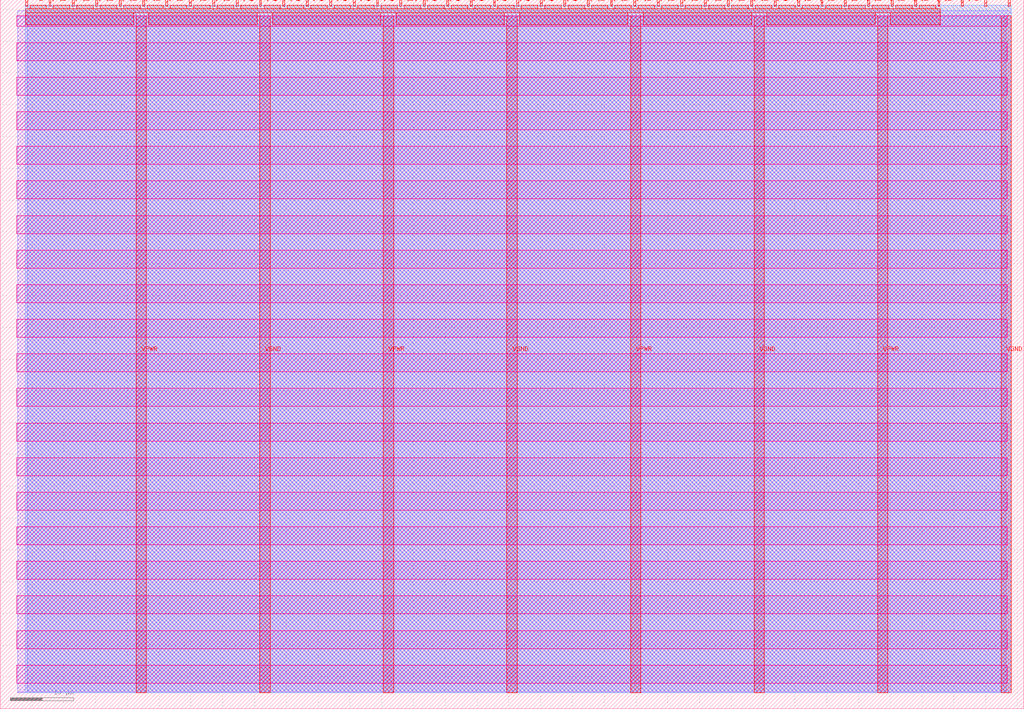
<source format=lef>
VERSION 5.7 ;
  NOWIREEXTENSIONATPIN ON ;
  DIVIDERCHAR "/" ;
  BUSBITCHARS "[]" ;
MACRO tt_um_alu
  CLASS BLOCK ;
  FOREIGN tt_um_alu ;
  ORIGIN 0.000 0.000 ;
  SIZE 161.000 BY 111.520 ;
  PIN VGND
    DIRECTION INOUT ;
    USE GROUND ;
    PORT
      LAYER met4 ;
        RECT 40.830 2.480 42.430 109.040 ;
    END
    PORT
      LAYER met4 ;
        RECT 79.700 2.480 81.300 109.040 ;
    END
    PORT
      LAYER met4 ;
        RECT 118.570 2.480 120.170 109.040 ;
    END
    PORT
      LAYER met4 ;
        RECT 157.440 2.480 159.040 109.040 ;
    END
  END VGND
  PIN VPWR
    DIRECTION INOUT ;
    USE POWER ;
    PORT
      LAYER met4 ;
        RECT 21.395 2.480 22.995 109.040 ;
    END
    PORT
      LAYER met4 ;
        RECT 60.265 2.480 61.865 109.040 ;
    END
    PORT
      LAYER met4 ;
        RECT 99.135 2.480 100.735 109.040 ;
    END
    PORT
      LAYER met4 ;
        RECT 138.005 2.480 139.605 109.040 ;
    END
  END VPWR
  PIN clk
    DIRECTION INPUT ;
    USE SIGNAL ;
    PORT
      LAYER met4 ;
        RECT 154.870 110.520 155.170 111.520 ;
    END
  END clk
  PIN ena
    DIRECTION INPUT ;
    USE SIGNAL ;
    PORT
      LAYER met4 ;
        RECT 158.550 110.520 158.850 111.520 ;
    END
  END ena
  PIN rst_n
    DIRECTION INPUT ;
    USE SIGNAL ;
    PORT
      LAYER met4 ;
        RECT 151.190 110.520 151.490 111.520 ;
    END
  END rst_n
  PIN ui_in[0]
    DIRECTION INPUT ;
    USE SIGNAL ;
    ANTENNAGATEAREA 0.196500 ;
    PORT
      LAYER met4 ;
        RECT 147.510 110.520 147.810 111.520 ;
    END
  END ui_in[0]
  PIN ui_in[1]
    DIRECTION INPUT ;
    USE SIGNAL ;
    ANTENNAGATEAREA 0.196500 ;
    PORT
      LAYER met4 ;
        RECT 143.830 110.520 144.130 111.520 ;
    END
  END ui_in[1]
  PIN ui_in[2]
    DIRECTION INPUT ;
    USE SIGNAL ;
    ANTENNAGATEAREA 0.196500 ;
    PORT
      LAYER met4 ;
        RECT 140.150 110.520 140.450 111.520 ;
    END
  END ui_in[2]
  PIN ui_in[3]
    DIRECTION INPUT ;
    USE SIGNAL ;
    ANTENNAGATEAREA 0.196500 ;
    PORT
      LAYER met4 ;
        RECT 136.470 110.520 136.770 111.520 ;
    END
  END ui_in[3]
  PIN ui_in[4]
    DIRECTION INPUT ;
    USE SIGNAL ;
    ANTENNAGATEAREA 0.213000 ;
    PORT
      LAYER met4 ;
        RECT 132.790 110.520 133.090 111.520 ;
    END
  END ui_in[4]
  PIN ui_in[5]
    DIRECTION INPUT ;
    USE SIGNAL ;
    ANTENNAGATEAREA 0.213000 ;
    PORT
      LAYER met4 ;
        RECT 129.110 110.520 129.410 111.520 ;
    END
  END ui_in[5]
  PIN ui_in[6]
    DIRECTION INPUT ;
    USE SIGNAL ;
    ANTENNAGATEAREA 0.213000 ;
    PORT
      LAYER met4 ;
        RECT 125.430 110.520 125.730 111.520 ;
    END
  END ui_in[6]
  PIN ui_in[7]
    DIRECTION INPUT ;
    USE SIGNAL ;
    ANTENNAGATEAREA 0.213000 ;
    PORT
      LAYER met4 ;
        RECT 121.750 110.520 122.050 111.520 ;
    END
  END ui_in[7]
  PIN uio_in[0]
    DIRECTION INPUT ;
    USE SIGNAL ;
    ANTENNAGATEAREA 0.196500 ;
    PORT
      LAYER met4 ;
        RECT 118.070 110.520 118.370 111.520 ;
    END
  END uio_in[0]
  PIN uio_in[1]
    DIRECTION INPUT ;
    USE SIGNAL ;
    ANTENNAGATEAREA 0.196500 ;
    PORT
      LAYER met4 ;
        RECT 114.390 110.520 114.690 111.520 ;
    END
  END uio_in[1]
  PIN uio_in[2]
    DIRECTION INPUT ;
    USE SIGNAL ;
    ANTENNAGATEAREA 0.213000 ;
    PORT
      LAYER met4 ;
        RECT 110.710 110.520 111.010 111.520 ;
    END
  END uio_in[2]
  PIN uio_in[3]
    DIRECTION INPUT ;
    USE SIGNAL ;
    ANTENNAGATEAREA 0.213000 ;
    PORT
      LAYER met4 ;
        RECT 107.030 110.520 107.330 111.520 ;
    END
  END uio_in[3]
  PIN uio_in[4]
    DIRECTION INPUT ;
    USE SIGNAL ;
    ANTENNAGATEAREA 0.196500 ;
    PORT
      LAYER met4 ;
        RECT 103.350 110.520 103.650 111.520 ;
    END
  END uio_in[4]
  PIN uio_in[5]
    DIRECTION INPUT ;
    USE SIGNAL ;
    PORT
      LAYER met4 ;
        RECT 99.670 110.520 99.970 111.520 ;
    END
  END uio_in[5]
  PIN uio_in[6]
    DIRECTION INPUT ;
    USE SIGNAL ;
    PORT
      LAYER met4 ;
        RECT 95.990 110.520 96.290 111.520 ;
    END
  END uio_in[6]
  PIN uio_in[7]
    DIRECTION INPUT ;
    USE SIGNAL ;
    PORT
      LAYER met4 ;
        RECT 92.310 110.520 92.610 111.520 ;
    END
  END uio_in[7]
  PIN uio_oe[0]
    DIRECTION OUTPUT TRISTATE ;
    USE SIGNAL ;
    PORT
      LAYER met4 ;
        RECT 29.750 110.520 30.050 111.520 ;
    END
  END uio_oe[0]
  PIN uio_oe[1]
    DIRECTION OUTPUT TRISTATE ;
    USE SIGNAL ;
    PORT
      LAYER met4 ;
        RECT 26.070 110.520 26.370 111.520 ;
    END
  END uio_oe[1]
  PIN uio_oe[2]
    DIRECTION OUTPUT TRISTATE ;
    USE SIGNAL ;
    PORT
      LAYER met4 ;
        RECT 22.390 110.520 22.690 111.520 ;
    END
  END uio_oe[2]
  PIN uio_oe[3]
    DIRECTION OUTPUT TRISTATE ;
    USE SIGNAL ;
    PORT
      LAYER met4 ;
        RECT 18.710 110.520 19.010 111.520 ;
    END
  END uio_oe[3]
  PIN uio_oe[4]
    DIRECTION OUTPUT TRISTATE ;
    USE SIGNAL ;
    PORT
      LAYER met4 ;
        RECT 15.030 110.520 15.330 111.520 ;
    END
  END uio_oe[4]
  PIN uio_oe[5]
    DIRECTION OUTPUT TRISTATE ;
    USE SIGNAL ;
    PORT
      LAYER met4 ;
        RECT 11.350 110.520 11.650 111.520 ;
    END
  END uio_oe[5]
  PIN uio_oe[6]
    DIRECTION OUTPUT TRISTATE ;
    USE SIGNAL ;
    PORT
      LAYER met4 ;
        RECT 7.670 110.520 7.970 111.520 ;
    END
  END uio_oe[6]
  PIN uio_oe[7]
    DIRECTION OUTPUT TRISTATE ;
    USE SIGNAL ;
    PORT
      LAYER met4 ;
        RECT 3.990 110.520 4.290 111.520 ;
    END
  END uio_oe[7]
  PIN uio_out[0]
    DIRECTION OUTPUT TRISTATE ;
    USE SIGNAL ;
    PORT
      LAYER met4 ;
        RECT 59.190 110.520 59.490 111.520 ;
    END
  END uio_out[0]
  PIN uio_out[1]
    DIRECTION OUTPUT TRISTATE ;
    USE SIGNAL ;
    PORT
      LAYER met4 ;
        RECT 55.510 110.520 55.810 111.520 ;
    END
  END uio_out[1]
  PIN uio_out[2]
    DIRECTION OUTPUT TRISTATE ;
    USE SIGNAL ;
    PORT
      LAYER met4 ;
        RECT 51.830 110.520 52.130 111.520 ;
    END
  END uio_out[2]
  PIN uio_out[3]
    DIRECTION OUTPUT TRISTATE ;
    USE SIGNAL ;
    PORT
      LAYER met4 ;
        RECT 48.150 110.520 48.450 111.520 ;
    END
  END uio_out[3]
  PIN uio_out[4]
    DIRECTION OUTPUT TRISTATE ;
    USE SIGNAL ;
    PORT
      LAYER met4 ;
        RECT 44.470 110.520 44.770 111.520 ;
    END
  END uio_out[4]
  PIN uio_out[5]
    DIRECTION OUTPUT TRISTATE ;
    USE SIGNAL ;
    ANTENNADIFFAREA 0.445500 ;
    PORT
      LAYER met4 ;
        RECT 40.790 110.520 41.090 111.520 ;
    END
  END uio_out[5]
  PIN uio_out[6]
    DIRECTION OUTPUT TRISTATE ;
    USE SIGNAL ;
    ANTENNADIFFAREA 0.445500 ;
    PORT
      LAYER met4 ;
        RECT 37.110 110.520 37.410 111.520 ;
    END
  END uio_out[6]
  PIN uio_out[7]
    DIRECTION OUTPUT TRISTATE ;
    USE SIGNAL ;
    PORT
      LAYER met4 ;
        RECT 33.430 110.520 33.730 111.520 ;
    END
  END uio_out[7]
  PIN uo_out[0]
    DIRECTION OUTPUT TRISTATE ;
    USE SIGNAL ;
    PORT
      LAYER met4 ;
        RECT 88.630 110.520 88.930 111.520 ;
    END
  END uo_out[0]
  PIN uo_out[1]
    DIRECTION OUTPUT TRISTATE ;
    USE SIGNAL ;
    PORT
      LAYER met4 ;
        RECT 84.950 110.520 85.250 111.520 ;
    END
  END uo_out[1]
  PIN uo_out[2]
    DIRECTION OUTPUT TRISTATE ;
    USE SIGNAL ;
    PORT
      LAYER met4 ;
        RECT 81.270 110.520 81.570 111.520 ;
    END
  END uo_out[2]
  PIN uo_out[3]
    DIRECTION OUTPUT TRISTATE ;
    USE SIGNAL ;
    PORT
      LAYER met4 ;
        RECT 77.590 110.520 77.890 111.520 ;
    END
  END uo_out[3]
  PIN uo_out[4]
    DIRECTION OUTPUT TRISTATE ;
    USE SIGNAL ;
    PORT
      LAYER met4 ;
        RECT 73.910 110.520 74.210 111.520 ;
    END
  END uo_out[4]
  PIN uo_out[5]
    DIRECTION OUTPUT TRISTATE ;
    USE SIGNAL ;
    PORT
      LAYER met4 ;
        RECT 70.230 110.520 70.530 111.520 ;
    END
  END uo_out[5]
  PIN uo_out[6]
    DIRECTION OUTPUT TRISTATE ;
    USE SIGNAL ;
    PORT
      LAYER met4 ;
        RECT 66.550 110.520 66.850 111.520 ;
    END
  END uo_out[6]
  PIN uo_out[7]
    DIRECTION OUTPUT TRISTATE ;
    USE SIGNAL ;
    PORT
      LAYER met4 ;
        RECT 62.870 110.520 63.170 111.520 ;
    END
  END uo_out[7]
  OBS
      LAYER nwell ;
        RECT 2.570 107.385 158.430 108.990 ;
        RECT 2.570 101.945 158.430 104.775 ;
        RECT 2.570 96.505 158.430 99.335 ;
        RECT 2.570 91.065 158.430 93.895 ;
        RECT 2.570 85.625 158.430 88.455 ;
        RECT 2.570 80.185 158.430 83.015 ;
        RECT 2.570 74.745 158.430 77.575 ;
        RECT 2.570 69.305 158.430 72.135 ;
        RECT 2.570 63.865 158.430 66.695 ;
        RECT 2.570 58.425 158.430 61.255 ;
        RECT 2.570 52.985 158.430 55.815 ;
        RECT 2.570 47.545 158.430 50.375 ;
        RECT 2.570 42.105 158.430 44.935 ;
        RECT 2.570 36.665 158.430 39.495 ;
        RECT 2.570 31.225 158.430 34.055 ;
        RECT 2.570 25.785 158.430 28.615 ;
        RECT 2.570 20.345 158.430 23.175 ;
        RECT 2.570 14.905 158.430 17.735 ;
        RECT 2.570 9.465 158.430 12.295 ;
        RECT 2.570 4.025 158.430 6.855 ;
      LAYER li1 ;
        RECT 2.760 2.635 158.240 108.885 ;
      LAYER met1 ;
        RECT 2.760 2.480 159.040 109.780 ;
      LAYER met2 ;
        RECT 4.230 2.535 159.010 110.685 ;
      LAYER met3 ;
        RECT 3.950 2.555 159.030 110.665 ;
      LAYER met4 ;
        RECT 4.690 110.120 7.270 110.665 ;
        RECT 8.370 110.120 10.950 110.665 ;
        RECT 12.050 110.120 14.630 110.665 ;
        RECT 15.730 110.120 18.310 110.665 ;
        RECT 19.410 110.120 21.990 110.665 ;
        RECT 23.090 110.120 25.670 110.665 ;
        RECT 26.770 110.120 29.350 110.665 ;
        RECT 30.450 110.120 33.030 110.665 ;
        RECT 34.130 110.120 36.710 110.665 ;
        RECT 37.810 110.120 40.390 110.665 ;
        RECT 41.490 110.120 44.070 110.665 ;
        RECT 45.170 110.120 47.750 110.665 ;
        RECT 48.850 110.120 51.430 110.665 ;
        RECT 52.530 110.120 55.110 110.665 ;
        RECT 56.210 110.120 58.790 110.665 ;
        RECT 59.890 110.120 62.470 110.665 ;
        RECT 63.570 110.120 66.150 110.665 ;
        RECT 67.250 110.120 69.830 110.665 ;
        RECT 70.930 110.120 73.510 110.665 ;
        RECT 74.610 110.120 77.190 110.665 ;
        RECT 78.290 110.120 80.870 110.665 ;
        RECT 81.970 110.120 84.550 110.665 ;
        RECT 85.650 110.120 88.230 110.665 ;
        RECT 89.330 110.120 91.910 110.665 ;
        RECT 93.010 110.120 95.590 110.665 ;
        RECT 96.690 110.120 99.270 110.665 ;
        RECT 100.370 110.120 102.950 110.665 ;
        RECT 104.050 110.120 106.630 110.665 ;
        RECT 107.730 110.120 110.310 110.665 ;
        RECT 111.410 110.120 113.990 110.665 ;
        RECT 115.090 110.120 117.670 110.665 ;
        RECT 118.770 110.120 121.350 110.665 ;
        RECT 122.450 110.120 125.030 110.665 ;
        RECT 126.130 110.120 128.710 110.665 ;
        RECT 129.810 110.120 132.390 110.665 ;
        RECT 133.490 110.120 136.070 110.665 ;
        RECT 137.170 110.120 139.750 110.665 ;
        RECT 140.850 110.120 143.430 110.665 ;
        RECT 144.530 110.120 147.110 110.665 ;
        RECT 3.975 109.440 147.825 110.120 ;
        RECT 3.975 107.615 20.995 109.440 ;
        RECT 23.395 107.615 40.430 109.440 ;
        RECT 42.830 107.615 59.865 109.440 ;
        RECT 62.265 107.615 79.300 109.440 ;
        RECT 81.700 107.615 98.735 109.440 ;
        RECT 101.135 107.615 118.170 109.440 ;
        RECT 120.570 107.615 137.605 109.440 ;
        RECT 140.005 107.615 147.825 109.440 ;
  END
END tt_um_alu
END LIBRARY


</source>
